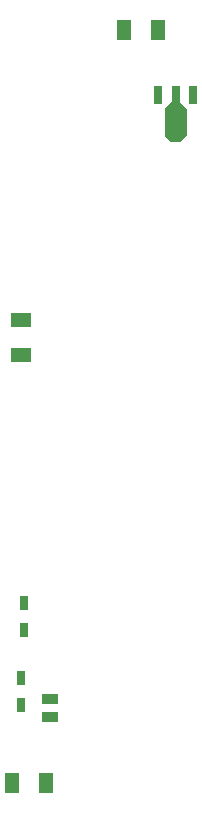
<source format=gbr>
G04 Layer_Color=8421504*
%FSLAX24Y24*%
%MOIN*%
%TF.FileFunction,Paste,Top*%
%TF.Part,Single*%
G01*
G75*
%TA.AperFunction,SMDPad,CuDef*%
%ADD10R,0.0453X0.0709*%
%ADD11R,0.0532X0.0374*%
%ADD12R,0.0709X0.0453*%
%ADD13R,0.0300X0.0450*%
%ADD14R,0.0276X0.0630*%
%ADD15R,0.0315X0.0551*%
G36*
X61824Y63277D02*
Y62372D01*
X61607Y62155D01*
X61293D01*
X61076Y62372D01*
Y63277D01*
X61293Y63494D01*
X61607D01*
X61824Y63277D01*
D02*
G37*
D10*
X59729Y65900D02*
D03*
X60871D02*
D03*
X55979Y40800D02*
D03*
X57121D02*
D03*
D11*
X57250Y43615D02*
D03*
Y42985D02*
D03*
D12*
X56300Y55079D02*
D03*
Y56221D02*
D03*
D13*
Y44313D02*
D03*
Y43387D02*
D03*
X56400Y46813D02*
D03*
Y45887D02*
D03*
D14*
X60859Y63730D02*
D03*
X62041D02*
D03*
D15*
X61450Y63769D02*
D03*
%TF.MD5,CD69328F47957DDF59EC46E4B5FF1329*%
M02*

</source>
